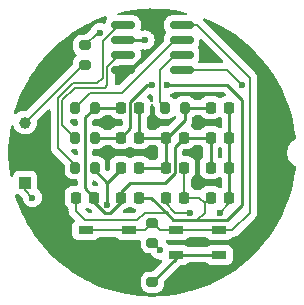
<source format=gbr>
%TF.GenerationSoftware,KiCad,Pcbnew,6.0.11+dfsg-1*%
%TF.CreationDate,2023-06-10T11:59:29-05:00*%
%TF.ProjectId,watch,77617463-682e-46b6-9963-61645f706362,rev?*%
%TF.SameCoordinates,Original*%
%TF.FileFunction,Copper,L1,Top*%
%TF.FilePolarity,Positive*%
%FSLAX46Y46*%
G04 Gerber Fmt 4.6, Leading zero omitted, Abs format (unit mm)*
G04 Created by KiCad (PCBNEW 6.0.11+dfsg-1) date 2023-06-10 11:59:29*
%MOMM*%
%LPD*%
G01*
G04 APERTURE LIST*
G04 Aperture macros list*
%AMRoundRect*
0 Rectangle with rounded corners*
0 $1 Rounding radius*
0 $2 $3 $4 $5 $6 $7 $8 $9 X,Y pos of 4 corners*
0 Add a 4 corners polygon primitive as box body*
4,1,4,$2,$3,$4,$5,$6,$7,$8,$9,$2,$3,0*
0 Add four circle primitives for the rounded corners*
1,1,$1+$1,$2,$3*
1,1,$1+$1,$4,$5*
1,1,$1+$1,$6,$7*
1,1,$1+$1,$8,$9*
0 Add four rect primitives between the rounded corners*
20,1,$1+$1,$2,$3,$4,$5,0*
20,1,$1+$1,$4,$5,$6,$7,0*
20,1,$1+$1,$6,$7,$8,$9,0*
20,1,$1+$1,$8,$9,$2,$3,0*%
G04 Aperture macros list end*
%TA.AperFunction,SMDPad,CuDef*%
%ADD10RoundRect,0.200000X-0.275000X0.200000X-0.275000X-0.200000X0.275000X-0.200000X0.275000X0.200000X0*%
%TD*%
%TA.AperFunction,SMDPad,CuDef*%
%ADD11RoundRect,0.218750X0.218750X0.256250X-0.218750X0.256250X-0.218750X-0.256250X0.218750X-0.256250X0*%
%TD*%
%TA.AperFunction,SMDPad,CuDef*%
%ADD12RoundRect,0.200000X0.275000X-0.200000X0.275000X0.200000X-0.275000X0.200000X-0.275000X-0.200000X0*%
%TD*%
%TA.AperFunction,SMDPad,CuDef*%
%ADD13RoundRect,0.218750X-0.218750X-0.256250X0.218750X-0.256250X0.218750X0.256250X-0.218750X0.256250X0*%
%TD*%
%TA.AperFunction,SMDPad,CuDef*%
%ADD14RoundRect,0.200000X-0.200000X-0.275000X0.200000X-0.275000X0.200000X0.275000X-0.200000X0.275000X0*%
%TD*%
%TA.AperFunction,SMDPad,CuDef*%
%ADD15RoundRect,0.150000X0.825000X0.150000X-0.825000X0.150000X-0.825000X-0.150000X0.825000X-0.150000X0*%
%TD*%
%TA.AperFunction,SMDPad,CuDef*%
%ADD16R,1.309599X0.669600*%
%TD*%
%TA.AperFunction,SMDPad,CuDef*%
%ADD17R,1.000000X1.000000*%
%TD*%
%TA.AperFunction,SMDPad,CuDef*%
%ADD18C,1.000000*%
%TD*%
%TA.AperFunction,ViaPad*%
%ADD19C,0.600000*%
%TD*%
%TA.AperFunction,Conductor*%
%ADD20C,0.200000*%
%TD*%
%TA.AperFunction,Conductor*%
%ADD21C,0.250000*%
%TD*%
G04 APERTURE END LIST*
D10*
%TO.P,R7,1*%
%TO.N,Net-(R7-Pad1)*%
X57785000Y-54420000D03*
%TO.P,R7,2*%
%TO.N,Net-(TP1-Pad1)*%
X57785000Y-56070000D03*
%TD*%
D11*
%TO.P,D4,1,K*%
%TO.N,Net-(R2-Pad2)*%
X66192500Y-64770000D03*
%TO.P,D4,2,A*%
%TO.N,Net-(R3-Pad2)*%
X64617500Y-64770000D03*
%TD*%
D12*
%TO.P,R5,1*%
%TO.N,+3.3V*%
X63500000Y-71120000D03*
%TO.P,R5,2*%
%TO.N,Net-(SW1-Pad4)*%
X63500000Y-69470000D03*
%TD*%
D13*
%TO.P,D7,1,K*%
%TO.N,Net-(R3-Pad2)*%
X68427500Y-59690000D03*
%TO.P,D7,2,A*%
%TO.N,Net-(R1-Pad2)*%
X70002500Y-59690000D03*
%TD*%
D11*
%TO.P,D9,1,K*%
%TO.N,Net-(R4-Pad2)*%
X58572500Y-67310000D03*
%TO.P,D9,2,A*%
%TO.N,Net-(R2-Pad2)*%
X56997500Y-67310000D03*
%TD*%
D14*
%TO.P,R2,1*%
%TO.N,Net-(R2-Pad1)*%
X56960000Y-62230000D03*
%TO.P,R2,2*%
%TO.N,Net-(R2-Pad2)*%
X58610000Y-62230000D03*
%TD*%
D15*
%TO.P,U1,1,VCC*%
%TO.N,+3.3V*%
X65975000Y-56515000D03*
%TO.P,U1,2,PA6*%
%TO.N,Net-(R3-Pad1)*%
X65975000Y-55245000D03*
%TO.P,U1,3,PA7*%
%TO.N,Net-(R4-Pad1)*%
X65975000Y-53975000D03*
%TO.P,U1,4,PA1*%
%TO.N,Net-(SW1-Pad4)*%
X65975000Y-52705000D03*
%TO.P,U1,5,PA2*%
%TO.N,Net-(R1-Pad1)*%
X61025000Y-52705000D03*
%TO.P,U1,6,~{RESET}/PA0*%
%TO.N,Net-(R7-Pad1)*%
X61025000Y-53975000D03*
%TO.P,U1,7,PA3*%
%TO.N,Net-(R2-Pad1)*%
X61025000Y-55245000D03*
%TO.P,U1,8,GND*%
%TO.N,GND*%
X61025000Y-56515000D03*
%TD*%
D11*
%TO.P,D10,1,K*%
%TO.N,Net-(R2-Pad2)*%
X62382500Y-67310000D03*
%TO.P,D10,2,A*%
%TO.N,Net-(R4-Pad2)*%
X60807500Y-67310000D03*
%TD*%
%TO.P,D12,1,K*%
%TO.N,Net-(R1-Pad2)*%
X70002500Y-64770000D03*
%TO.P,D12,2,A*%
%TO.N,Net-(R4-Pad2)*%
X68427500Y-64770000D03*
%TD*%
D13*
%TO.P,D5,1,K*%
%TO.N,Net-(R4-Pad2)*%
X60807500Y-59690000D03*
%TO.P,D5,2,A*%
%TO.N,Net-(R3-Pad2)*%
X62382500Y-59690000D03*
%TD*%
D16*
%TO.P,SW1,1,1*%
%TO.N,Net-(SW1-Pad4)*%
X57848500Y-70070000D03*
%TO.P,SW1,2,2*%
%TO.N,GND*%
X57848500Y-72170000D03*
%TO.P,SW1,3,3*%
X61531500Y-72170000D03*
%TO.P,SW1,4,4*%
%TO.N,Net-(SW1-Pad4)*%
X61531500Y-70070000D03*
%TD*%
D13*
%TO.P,D11,1,K*%
%TO.N,Net-(R4-Pad2)*%
X68427500Y-62230000D03*
%TO.P,D11,2,A*%
%TO.N,Net-(R1-Pad2)*%
X70002500Y-62230000D03*
%TD*%
D11*
%TO.P,D1,1,K*%
%TO.N,Net-(R2-Pad2)*%
X66192500Y-67310000D03*
%TO.P,D1,2,A*%
%TO.N,Net-(R1-Pad2)*%
X64617500Y-67310000D03*
%TD*%
D17*
%TO.P,TP3,1,1*%
%TO.N,+3.3V*%
X52705000Y-66040000D03*
%TD*%
D13*
%TO.P,D6,1,K*%
%TO.N,Net-(R3-Pad2)*%
X64617500Y-62230000D03*
%TO.P,D6,2,A*%
%TO.N,Net-(R4-Pad2)*%
X66192500Y-62230000D03*
%TD*%
D16*
%TO.P,SW2,1,1*%
%TO.N,Net-(SW1-Pad4)*%
X65468500Y-70070000D03*
%TO.P,SW2,2,2*%
%TO.N,Net-(SW2-Pad2)*%
X65468500Y-72170000D03*
%TO.P,SW2,3,3*%
X69151500Y-72170000D03*
%TO.P,SW2,4,4*%
%TO.N,Net-(SW1-Pad4)*%
X69151500Y-70070000D03*
%TD*%
D13*
%TO.P,D8,1,K*%
%TO.N,Net-(R1-Pad2)*%
X60807500Y-64770000D03*
%TO.P,D8,2,A*%
%TO.N,Net-(R3-Pad2)*%
X62382500Y-64770000D03*
%TD*%
D14*
%TO.P,R4,1*%
%TO.N,Net-(R4-Pad1)*%
X56960000Y-59690000D03*
%TO.P,R4,2*%
%TO.N,Net-(R4-Pad2)*%
X58610000Y-59690000D03*
%TD*%
D17*
%TO.P,TP2,1,1*%
%TO.N,GND*%
X52705000Y-63500000D03*
%TD*%
D11*
%TO.P,D2,1,K*%
%TO.N,Net-(R1-Pad2)*%
X70002500Y-67310000D03*
%TO.P,D2,2,A*%
%TO.N,Net-(R2-Pad2)*%
X68427500Y-67310000D03*
%TD*%
D12*
%TO.P,R6,1*%
%TO.N,Net-(SW2-Pad2)*%
X63500000Y-74485000D03*
%TO.P,R6,2*%
%TO.N,GND*%
X63500000Y-72835000D03*
%TD*%
D14*
%TO.P,R1,1*%
%TO.N,Net-(R1-Pad1)*%
X56960000Y-64770000D03*
%TO.P,R1,2*%
%TO.N,Net-(R1-Pad2)*%
X58610000Y-64770000D03*
%TD*%
D11*
%TO.P,D3,1,K*%
%TO.N,Net-(R3-Pad2)*%
X62382500Y-62230000D03*
%TO.P,D3,2,A*%
%TO.N,Net-(R2-Pad2)*%
X60807500Y-62230000D03*
%TD*%
D14*
%TO.P,R3,1*%
%TO.N,Net-(R3-Pad1)*%
X64580000Y-59690000D03*
%TO.P,R3,2*%
%TO.N,Net-(R3-Pad2)*%
X66230000Y-59690000D03*
%TD*%
D18*
%TO.P,TP1,1,1*%
%TO.N,Net-(TP1-Pad1)*%
X52705000Y-60960000D03*
%TD*%
D19*
%TO.N,+3.3V*%
X71120000Y-57785000D03*
X53340000Y-67310000D03*
X64135000Y-71755000D03*
%TO.N,GND*%
X62865000Y-55245000D03*
X55245000Y-67310000D03*
%TO.N,Net-(R7-Pad1)*%
X62865000Y-53975000D03*
X59055000Y-53340000D03*
%TO.N,Net-(R2-Pad2)*%
X64770000Y-57785000D03*
X63500000Y-57785000D03*
%TO.N,Net-(R1-Pad2)*%
X69215000Y-68580000D03*
X66675000Y-68580000D03*
X59690000Y-67945000D03*
%TD*%
D20*
%TO.N,Net-(R2-Pad1)*%
X55880000Y-61150000D02*
X56960000Y-62230000D01*
X55880000Y-59055000D02*
X55880000Y-61150000D01*
X59690000Y-56238604D02*
X59690000Y-57785000D01*
X59455000Y-58020000D02*
X56915000Y-58020000D01*
X59690000Y-57785000D02*
X59455000Y-58020000D01*
X59690000Y-56238604D02*
X60683604Y-55245000D01*
X56915000Y-58020000D02*
X55880000Y-59055000D01*
X60683604Y-55245000D02*
X61025000Y-55245000D01*
%TO.N,Net-(R3-Pad1)*%
X65405000Y-55245000D02*
X65975000Y-55245000D01*
X64580000Y-59690000D02*
X64135000Y-59245000D01*
X64135000Y-56515000D02*
X65405000Y-55245000D01*
X64135000Y-59245000D02*
X64135000Y-56515000D01*
%TO.N,Net-(R4-Pad1)*%
X60960000Y-58420000D02*
X58230000Y-58420000D01*
X65405000Y-53975000D02*
X60960000Y-58420000D01*
X65975000Y-53975000D02*
X65405000Y-53975000D01*
X58230000Y-58420000D02*
X56960000Y-59690000D01*
%TO.N,+3.3V*%
X52705000Y-66675000D02*
X52705000Y-66040000D01*
X65975000Y-56515000D02*
X69850000Y-56515000D01*
X64135000Y-71755000D02*
X63500000Y-71120000D01*
X69850000Y-56515000D02*
X71120000Y-57785000D01*
X53340000Y-67310000D02*
X52705000Y-66675000D01*
%TO.N,GND*%
X62835000Y-72170000D02*
X63500000Y-72835000D01*
X55245000Y-66040000D02*
X55245000Y-67310000D01*
X52705000Y-63500000D02*
X55245000Y-66040000D01*
X55245000Y-69566500D02*
X55245000Y-67310000D01*
X61531500Y-72170000D02*
X62835000Y-72170000D01*
X61025000Y-56515000D02*
X61595000Y-56515000D01*
X57848500Y-72170000D02*
X55245000Y-69566500D01*
X57848500Y-72170000D02*
X61531500Y-72170000D01*
X61595000Y-56515000D02*
X62865000Y-55245000D01*
D21*
%TO.N,Net-(SW2-Pad2)*%
X65468500Y-72170000D02*
X69151500Y-72170000D01*
X65468500Y-72170000D02*
X65468500Y-72516500D01*
X65468500Y-72516500D02*
X63500000Y-74485000D01*
%TO.N,Net-(R7-Pad1)*%
X61025000Y-53975000D02*
X62865000Y-53975000D01*
D20*
X59055000Y-53340000D02*
X58865000Y-53340000D01*
X58865000Y-53340000D02*
X57785000Y-54420000D01*
D21*
%TO.N,Net-(R2-Pad2)*%
X69850000Y-69215000D02*
X67310000Y-69215000D01*
X64693750Y-68656250D02*
X63347500Y-67310000D01*
D20*
X67945000Y-68580000D02*
X67310000Y-69215000D01*
D21*
X61595000Y-61442500D02*
X60807500Y-62230000D01*
X63347500Y-67310000D02*
X62382500Y-67310000D01*
X71120000Y-59055000D02*
X71120000Y-67945000D01*
D20*
X66192500Y-64770000D02*
X66192500Y-67310000D01*
X67945000Y-68580000D02*
X67945000Y-67792500D01*
X67945000Y-67792500D02*
X67462500Y-67310000D01*
X67462500Y-67310000D02*
X66192500Y-67310000D01*
D21*
X61595000Y-59233521D02*
X61595000Y-61442500D01*
D20*
X67945000Y-67792500D02*
X68427500Y-67310000D01*
D21*
X64770000Y-57785000D02*
X69850000Y-57785000D01*
X58610000Y-62230000D02*
X60807500Y-62230000D01*
X65252500Y-69215000D02*
X64693750Y-68656250D01*
X63043521Y-57785000D02*
X61595000Y-59233521D01*
D20*
X64617500Y-68580000D02*
X62865000Y-68580000D01*
X56997500Y-68410520D02*
X56997500Y-67310000D01*
D21*
X63500000Y-57785000D02*
X63043521Y-57785000D01*
D20*
X62230000Y-69215000D02*
X57801980Y-69215000D01*
X64693750Y-68656250D02*
X64617500Y-68580000D01*
D21*
X67310000Y-69215000D02*
X65252500Y-69215000D01*
X69850000Y-57785000D02*
X71120000Y-59055000D01*
D20*
X57801980Y-69215000D02*
X56997500Y-68410520D01*
X62865000Y-68580000D02*
X62230000Y-69215000D01*
D21*
X71120000Y-67945000D02*
X69850000Y-69215000D01*
%TO.N,Net-(R1-Pad2)*%
X60807500Y-64922500D02*
X60807500Y-64770000D01*
X70002500Y-67310000D02*
X70002500Y-59690000D01*
D20*
X70002500Y-67792500D02*
X70002500Y-67310000D01*
D21*
X59690000Y-66040000D02*
X58610000Y-64960000D01*
D20*
X64617500Y-67792500D02*
X65405000Y-68580000D01*
X65405000Y-68580000D02*
X66675000Y-68580000D01*
D21*
X59690000Y-67945000D02*
X59690000Y-66040000D01*
X59690000Y-66040000D02*
X60807500Y-64922500D01*
D20*
X64617500Y-67310000D02*
X64617500Y-67792500D01*
X69215000Y-68580000D02*
X70002500Y-67792500D01*
D21*
X58610000Y-64960000D02*
X58610000Y-64770000D01*
%TO.N,Net-(R3-Pad2)*%
X66230000Y-59690000D02*
X68427500Y-59690000D01*
X62382500Y-62230000D02*
X64617500Y-62230000D01*
X64770000Y-62230000D02*
X66230000Y-60770000D01*
X62382500Y-59690000D02*
X62382500Y-62230000D01*
X66230000Y-60770000D02*
X66230000Y-59690000D01*
X64617500Y-62230000D02*
X64770000Y-62230000D01*
X62382500Y-64770000D02*
X64617500Y-64770000D01*
X64617500Y-64770000D02*
X64617500Y-62230000D01*
%TO.N,Net-(R4-Pad2)*%
X58572500Y-67711384D02*
X59441116Y-68580000D01*
X66192500Y-62230000D02*
X68427500Y-62230000D01*
X59441116Y-68580000D02*
X59938884Y-68580000D01*
X65405000Y-65226479D02*
X65405000Y-63017500D01*
X61595000Y-66040000D02*
X64591479Y-66040000D01*
X57785000Y-66522500D02*
X57785000Y-60515000D01*
X58572500Y-67310000D02*
X57785000Y-66522500D01*
X59938884Y-68580000D02*
X60807500Y-67711384D01*
X57785000Y-60515000D02*
X58610000Y-59690000D01*
X65405000Y-63017500D02*
X66192500Y-62230000D01*
X68427500Y-62230000D02*
X68427500Y-64770000D01*
X64591479Y-66040000D02*
X65405000Y-65226479D01*
X60807500Y-66827500D02*
X61595000Y-66040000D01*
X60807500Y-67310000D02*
X60807500Y-66827500D01*
X58572500Y-67310000D02*
X58572500Y-67711384D01*
X60807500Y-67711384D02*
X60807500Y-67310000D01*
X58610000Y-59690000D02*
X60807500Y-59690000D01*
D20*
%TO.N,Net-(R1-Pad1)*%
X59290000Y-54098604D02*
X59290000Y-57150000D01*
X56960000Y-64580000D02*
X56960000Y-64770000D01*
X59290000Y-57150000D02*
X58820000Y-57620000D01*
X61025000Y-52705000D02*
X60683604Y-52705000D01*
X58820000Y-57620000D02*
X56749314Y-57620000D01*
X55480000Y-58889315D02*
X55480000Y-63100000D01*
X60683604Y-52705000D02*
X59290000Y-54098604D01*
X56749314Y-57620000D02*
X55480000Y-58889315D01*
X55480000Y-63100000D02*
X56960000Y-64580000D01*
%TO.N,Net-(SW1-Pad4)*%
X61531500Y-70070000D02*
X62900000Y-70070000D01*
X71755000Y-57150000D02*
X67310000Y-52705000D01*
X63500000Y-69470000D02*
X64100000Y-70070000D01*
X70265000Y-70070000D02*
X71755000Y-68580000D01*
X71755000Y-68580000D02*
X71755000Y-57150000D01*
X61531500Y-70070000D02*
X57848500Y-70070000D01*
X62900000Y-70070000D02*
X63500000Y-69470000D01*
X69151500Y-70070000D02*
X70265000Y-70070000D01*
X64100000Y-70070000D02*
X65468500Y-70070000D01*
X65468500Y-70070000D02*
X69151500Y-70070000D01*
X67310000Y-52705000D02*
X65975000Y-52705000D01*
%TO.N,Net-(TP1-Pad1)*%
X57785000Y-56070000D02*
X57595000Y-56070000D01*
X57595000Y-56070000D02*
X52705000Y-60960000D01*
%TD*%
%TA.AperFunction,Conductor*%
%TO.N,GND*%
G36*
X67955419Y-52149945D02*
G01*
X68021395Y-52174197D01*
X68028010Y-52176843D01*
X68300733Y-52294991D01*
X68654400Y-52448206D01*
X68660836Y-52451212D01*
X69163834Y-52703795D01*
X69270911Y-52757564D01*
X69277186Y-52760941D01*
X69868940Y-53101275D01*
X69875014Y-53105001D01*
X70446589Y-53478246D01*
X70452441Y-53482308D01*
X71002000Y-53887266D01*
X71007592Y-53891635D01*
X71533409Y-54327036D01*
X71538745Y-54331715D01*
X71921761Y-54687225D01*
X72039104Y-54796141D01*
X72044187Y-54801135D01*
X72080627Y-54839012D01*
X72298761Y-55065747D01*
X72517455Y-55293065D01*
X72522243Y-55298331D01*
X72966982Y-55816270D01*
X72971446Y-55821776D01*
X73363852Y-56334818D01*
X73386181Y-56364012D01*
X73390348Y-56369791D01*
X73773766Y-56934602D01*
X73777600Y-56940609D01*
X74128468Y-57526178D01*
X74131956Y-57532391D01*
X74449168Y-58136872D01*
X74452299Y-58143273D01*
X74734820Y-58764692D01*
X74737585Y-58771259D01*
X74984544Y-59407702D01*
X74986932Y-59414416D01*
X75197499Y-60063744D01*
X75199505Y-60070581D01*
X75286366Y-60401055D01*
X75367675Y-60710405D01*
X75373038Y-60730811D01*
X75374654Y-60737749D01*
X75383679Y-60782165D01*
X75510586Y-61406732D01*
X75511807Y-61413753D01*
X75513431Y-61424960D01*
X75592763Y-61972429D01*
X75609704Y-62089342D01*
X75610526Y-62096419D01*
X75625349Y-62265693D01*
X75611365Y-62335299D01*
X75566761Y-62383438D01*
X75440032Y-62462895D01*
X75397010Y-62489869D01*
X75238387Y-62631392D01*
X75235070Y-62635546D01*
X75235069Y-62635547D01*
X75109052Y-62793357D01*
X75109048Y-62793362D01*
X75105738Y-62797508D01*
X75002818Y-62983512D01*
X74932543Y-63184140D01*
X74931652Y-63189376D01*
X74931652Y-63189378D01*
X74899738Y-63377026D01*
X74896900Y-63393710D01*
X74896900Y-63606290D01*
X74897790Y-63611521D01*
X74897790Y-63611525D01*
X74929218Y-63796311D01*
X74932543Y-63815860D01*
X75002818Y-64016488D01*
X75105738Y-64202492D01*
X75109048Y-64206638D01*
X75109052Y-64206643D01*
X75230505Y-64358738D01*
X75238387Y-64368608D01*
X75397010Y-64510131D01*
X75401507Y-64512951D01*
X75401509Y-64512952D01*
X75566760Y-64616561D01*
X75613849Y-64669694D01*
X75625348Y-64734305D01*
X75610526Y-64903579D01*
X75609704Y-64910657D01*
X75511807Y-65586247D01*
X75510586Y-65593268D01*
X75480553Y-65741072D01*
X75395740Y-66158478D01*
X75374654Y-66262249D01*
X75373038Y-66269189D01*
X75199505Y-66929419D01*
X75197499Y-66936256D01*
X74986932Y-67585584D01*
X74984544Y-67592298D01*
X74737585Y-68228741D01*
X74734820Y-68235308D01*
X74452299Y-68856727D01*
X74449168Y-68863128D01*
X74131956Y-69467609D01*
X74128468Y-69473822D01*
X73777600Y-70059391D01*
X73773766Y-70065398D01*
X73409821Y-70601524D01*
X73390348Y-70630209D01*
X73386183Y-70635985D01*
X72971446Y-71178224D01*
X72966982Y-71183730D01*
X72597780Y-71613699D01*
X72522248Y-71701663D01*
X72517461Y-71706928D01*
X72296351Y-71936758D01*
X72044187Y-72198865D01*
X72039104Y-72203859D01*
X71538745Y-72668285D01*
X71533409Y-72672964D01*
X71007592Y-73108365D01*
X71002000Y-73112734D01*
X70452442Y-73517691D01*
X70446589Y-73521754D01*
X69875014Y-73894999D01*
X69868940Y-73898725D01*
X69277186Y-74239059D01*
X69270915Y-74242434D01*
X68660836Y-74548788D01*
X68654400Y-74551794D01*
X68362457Y-74678269D01*
X68028010Y-74823157D01*
X68021394Y-74825804D01*
X67380650Y-75061328D01*
X67373895Y-75063596D01*
X66720884Y-75262516D01*
X66714012Y-75264399D01*
X66050779Y-75426091D01*
X66043811Y-75427582D01*
X65372515Y-75551520D01*
X65365474Y-75552615D01*
X65251715Y-75567026D01*
X64688224Y-75638409D01*
X64681153Y-75639102D01*
X64000151Y-75686472D01*
X63993050Y-75686766D01*
X63559768Y-75692350D01*
X63310431Y-75695564D01*
X63303306Y-75695454D01*
X63050925Y-75684425D01*
X62621313Y-75665651D01*
X62614221Y-75665141D01*
X62335665Y-75637126D01*
X61934975Y-75596829D01*
X61927908Y-75595915D01*
X61253653Y-75489322D01*
X61246649Y-75488011D01*
X60579478Y-75343469D01*
X60572559Y-75341764D01*
X59914632Y-75159739D01*
X59907822Y-75157646D01*
X59261213Y-74938713D01*
X59254540Y-74936241D01*
X58621361Y-74681111D01*
X58614858Y-74678275D01*
X57997078Y-74387744D01*
X57990724Y-74384533D01*
X57390394Y-74059563D01*
X57384226Y-74055995D01*
X56803219Y-73697604D01*
X56797263Y-73693693D01*
X56237459Y-73303040D01*
X56231733Y-73298799D01*
X55994868Y-73112743D01*
X55694869Y-72877096D01*
X55689424Y-72872564D01*
X55177268Y-72421193D01*
X55172077Y-72416351D01*
X54686252Y-71936749D01*
X54681333Y-71931610D01*
X54639697Y-71885576D01*
X54223409Y-71425321D01*
X54218788Y-71419913D01*
X54194639Y-71389971D01*
X53790216Y-70888548D01*
X53785907Y-70882885D01*
X53771909Y-70863366D01*
X53491283Y-70472074D01*
X53388068Y-70328156D01*
X53384080Y-70322250D01*
X53018232Y-69745913D01*
X53014585Y-69739792D01*
X52983263Y-69683669D01*
X52681892Y-69143674D01*
X52678613Y-69137388D01*
X52380150Y-68523416D01*
X52377223Y-68516936D01*
X52349414Y-68450405D01*
X52113951Y-67887088D01*
X52111391Y-67880441D01*
X52107672Y-67869906D01*
X51884149Y-67236727D01*
X51881970Y-67229949D01*
X51864730Y-67170620D01*
X51864929Y-67099624D01*
X51903480Y-67040006D01*
X51968143Y-67010694D01*
X52029954Y-67017479D01*
X52094684Y-67041745D01*
X52156866Y-67048500D01*
X52162464Y-67048500D01*
X52162957Y-67048645D01*
X52163680Y-67048684D01*
X52163671Y-67048854D01*
X52230585Y-67068502D01*
X52262426Y-67097796D01*
X52271013Y-67108987D01*
X52277568Y-67114017D01*
X52296379Y-67128452D01*
X52308770Y-67139319D01*
X52500907Y-67331456D01*
X52534933Y-67393768D01*
X52537211Y-67408256D01*
X52544163Y-67479160D01*
X52601418Y-67651273D01*
X52605065Y-67657295D01*
X52605066Y-67657297D01*
X52644568Y-67722522D01*
X52695380Y-67806424D01*
X52821382Y-67936902D01*
X52827278Y-67940760D01*
X52957572Y-68026022D01*
X52973159Y-68036222D01*
X52979763Y-68038678D01*
X52979765Y-68038679D01*
X53136558Y-68096990D01*
X53136560Y-68096990D01*
X53143168Y-68099448D01*
X53226995Y-68110633D01*
X53315980Y-68122507D01*
X53315984Y-68122507D01*
X53322961Y-68123438D01*
X53329972Y-68122800D01*
X53329976Y-68122800D01*
X53472459Y-68109832D01*
X53503600Y-68106998D01*
X53510302Y-68104820D01*
X53510304Y-68104820D01*
X53669409Y-68053124D01*
X53669412Y-68053123D01*
X53676108Y-68050947D01*
X53831912Y-67958069D01*
X53963266Y-67832982D01*
X54063643Y-67681902D01*
X54128055Y-67512338D01*
X54129035Y-67505366D01*
X54152748Y-67336639D01*
X54152748Y-67336636D01*
X54153299Y-67332717D01*
X54153616Y-67310000D01*
X54133397Y-67129745D01*
X54122272Y-67097797D01*
X54076064Y-66965106D01*
X54076062Y-66965103D01*
X54073745Y-66958448D01*
X53977626Y-66804624D01*
X53849815Y-66675918D01*
X53843865Y-66672142D01*
X53771987Y-66626527D01*
X53725188Y-66573138D01*
X53713500Y-66520141D01*
X53713500Y-65491866D01*
X53706745Y-65429684D01*
X53655615Y-65293295D01*
X53568261Y-65176739D01*
X53451705Y-65089385D01*
X53315316Y-65038255D01*
X53253134Y-65031500D01*
X52156866Y-65031500D01*
X52094684Y-65038255D01*
X51958295Y-65089385D01*
X51841739Y-65176739D01*
X51754385Y-65293295D01*
X51703255Y-65429684D01*
X51702402Y-65437535D01*
X51702257Y-65438145D01*
X51667039Y-65499790D01*
X51604083Y-65532609D01*
X51533378Y-65526182D01*
X51477372Y-65482549D01*
X51455486Y-65430275D01*
X51419878Y-65222440D01*
X51418875Y-65215401D01*
X51414293Y-65175062D01*
X51364221Y-64734305D01*
X51341818Y-64537105D01*
X51341214Y-64530005D01*
X51302623Y-63848438D01*
X51302422Y-63841315D01*
X51302422Y-63158685D01*
X51302623Y-63151562D01*
X51341214Y-62469995D01*
X51341818Y-62462895D01*
X51400032Y-61950469D01*
X51418877Y-61784584D01*
X51419877Y-61777565D01*
X51499958Y-61310151D01*
X51502611Y-61294668D01*
X51533829Y-61230904D01*
X51594565Y-61194139D01*
X51665536Y-61196048D01*
X51724209Y-61236023D01*
X51747920Y-61281215D01*
X51762783Y-61333050D01*
X51785100Y-61376474D01*
X51799816Y-61405107D01*
X51853187Y-61508956D01*
X51976035Y-61663953D01*
X52126650Y-61792136D01*
X52299294Y-61888624D01*
X52487392Y-61949740D01*
X52683777Y-61973158D01*
X52689912Y-61972686D01*
X52689914Y-61972686D01*
X52874830Y-61958457D01*
X52874834Y-61958456D01*
X52880972Y-61957984D01*
X53071463Y-61904798D01*
X53076967Y-61902018D01*
X53076969Y-61902017D01*
X53242495Y-61818404D01*
X53242497Y-61818403D01*
X53247996Y-61815625D01*
X53403847Y-61693861D01*
X53533078Y-61544145D01*
X53630769Y-61372179D01*
X53693197Y-61184513D01*
X53717985Y-60988295D01*
X53718380Y-60960000D01*
X53710545Y-60880090D01*
X53723805Y-60810343D01*
X53746849Y-60778700D01*
X54656405Y-59869144D01*
X54718717Y-59835118D01*
X54789532Y-59840183D01*
X54846368Y-59882730D01*
X54871179Y-59949250D01*
X54871500Y-59958239D01*
X54871500Y-63051864D01*
X54870422Y-63068307D01*
X54866250Y-63100000D01*
X54871500Y-63139880D01*
X54871500Y-63139885D01*
X54881158Y-63213236D01*
X54881192Y-63213498D01*
X54881192Y-63213500D01*
X54885823Y-63248676D01*
X54887162Y-63258851D01*
X54948476Y-63406876D01*
X54953503Y-63413427D01*
X54953504Y-63413429D01*
X55021520Y-63502069D01*
X55021526Y-63502075D01*
X55046013Y-63533987D01*
X55052568Y-63539017D01*
X55071379Y-63553452D01*
X55083770Y-63564319D01*
X56014595Y-64495144D01*
X56048621Y-64557456D01*
X56051500Y-64584239D01*
X56051501Y-65101634D01*
X56058247Y-65175062D01*
X56060246Y-65181440D01*
X56060246Y-65181441D01*
X56071994Y-65218927D01*
X56109528Y-65338699D01*
X56198361Y-65485381D01*
X56319619Y-65606639D01*
X56466301Y-65695472D01*
X56473548Y-65697743D01*
X56473550Y-65697744D01*
X56514357Y-65710532D01*
X56629938Y-65746753D01*
X56703365Y-65753500D01*
X56713440Y-65753500D01*
X57025501Y-65753499D01*
X57093620Y-65773501D01*
X57140113Y-65827156D01*
X57151500Y-65879499D01*
X57151500Y-66200500D01*
X57131498Y-66268621D01*
X57077842Y-66315114D01*
X57025500Y-66326500D01*
X56730428Y-66326500D01*
X56727182Y-66326837D01*
X56727178Y-66326837D01*
X56695799Y-66330093D01*
X56629018Y-66337022D01*
X56468151Y-66390692D01*
X56323945Y-66479929D01*
X56204136Y-66599947D01*
X56115151Y-66744308D01*
X56061762Y-66905269D01*
X56051500Y-67005428D01*
X56051500Y-67614572D01*
X56062022Y-67715982D01*
X56115692Y-67876849D01*
X56204929Y-68021055D01*
X56324947Y-68140864D01*
X56331178Y-68144705D01*
X56336923Y-68149242D01*
X56335718Y-68150768D01*
X56376611Y-68196210D01*
X56389000Y-68250694D01*
X56389000Y-68362384D01*
X56387922Y-68378827D01*
X56383750Y-68410520D01*
X56389000Y-68450400D01*
X56389000Y-68450405D01*
X56395187Y-68497399D01*
X56404662Y-68569371D01*
X56465976Y-68717396D01*
X56471003Y-68723947D01*
X56471004Y-68723949D01*
X56539020Y-68812589D01*
X56539026Y-68812595D01*
X56563513Y-68844507D01*
X56570068Y-68849537D01*
X56588879Y-68863972D01*
X56601270Y-68874839D01*
X56880827Y-69154396D01*
X56914853Y-69216708D01*
X56909788Y-69287523D01*
X56867298Y-69344316D01*
X56830440Y-69371939D01*
X56743086Y-69488495D01*
X56691956Y-69624884D01*
X56685201Y-69687066D01*
X56685201Y-70452934D01*
X56691956Y-70515116D01*
X56743086Y-70651505D01*
X56830440Y-70768061D01*
X56946996Y-70855415D01*
X57083385Y-70906545D01*
X57145567Y-70913300D01*
X58551433Y-70913300D01*
X58613615Y-70906545D01*
X58750004Y-70855415D01*
X58866560Y-70768061D01*
X58895885Y-70728933D01*
X58952742Y-70686420D01*
X58996709Y-70678500D01*
X60383291Y-70678500D01*
X60451412Y-70698502D01*
X60484114Y-70728931D01*
X60513440Y-70768061D01*
X60629996Y-70855415D01*
X60766385Y-70906545D01*
X60828567Y-70913300D01*
X62234433Y-70913300D01*
X62296615Y-70906545D01*
X62346271Y-70887930D01*
X62417077Y-70882747D01*
X62479446Y-70916668D01*
X62513576Y-70978923D01*
X62516500Y-71005912D01*
X62516501Y-71244627D01*
X62516501Y-71376634D01*
X62523247Y-71450062D01*
X62525246Y-71456440D01*
X62525246Y-71456441D01*
X62566630Y-71588495D01*
X62574528Y-71613699D01*
X62663361Y-71760381D01*
X62784619Y-71881639D01*
X62931301Y-71970472D01*
X62938548Y-71972743D01*
X62938550Y-71972744D01*
X63004836Y-71993517D01*
X63094938Y-72021753D01*
X63168365Y-72028500D01*
X63285387Y-72028500D01*
X63353508Y-72048502D01*
X63395548Y-72096800D01*
X63396418Y-72096273D01*
X63490380Y-72251424D01*
X63616382Y-72381902D01*
X63768159Y-72481222D01*
X63774763Y-72483678D01*
X63774765Y-72483679D01*
X63931558Y-72541990D01*
X63931560Y-72541990D01*
X63938168Y-72544448D01*
X64021995Y-72555633D01*
X64110980Y-72567507D01*
X64110984Y-72567507D01*
X64117961Y-72568438D01*
X64124972Y-72567800D01*
X64124976Y-72567800D01*
X64192956Y-72561613D01*
X64262610Y-72575358D01*
X64313774Y-72624580D01*
X64322355Y-72642857D01*
X64327655Y-72656992D01*
X64332843Y-72727799D01*
X64298771Y-72790324D01*
X63549500Y-73539595D01*
X63487188Y-73573621D01*
X63460405Y-73576500D01*
X63186386Y-73576501D01*
X63168366Y-73576501D01*
X63165508Y-73576764D01*
X63165499Y-73576764D01*
X63129996Y-73580026D01*
X63094938Y-73583247D01*
X63088560Y-73585246D01*
X63088559Y-73585246D01*
X62938550Y-73632256D01*
X62938548Y-73632257D01*
X62931301Y-73634528D01*
X62784619Y-73723361D01*
X62663361Y-73844619D01*
X62574528Y-73991301D01*
X62523247Y-74154938D01*
X62516500Y-74228365D01*
X62516501Y-74741634D01*
X62516764Y-74744492D01*
X62516764Y-74744501D01*
X62520026Y-74780004D01*
X62523247Y-74815062D01*
X62574528Y-74978699D01*
X62663361Y-75125381D01*
X62784619Y-75246639D01*
X62931301Y-75335472D01*
X62938548Y-75337743D01*
X62938550Y-75337744D01*
X62956819Y-75343469D01*
X63094938Y-75386753D01*
X63168365Y-75393500D01*
X63171263Y-75393500D01*
X63500860Y-75393499D01*
X63831634Y-75393499D01*
X63834492Y-75393236D01*
X63834501Y-75393236D01*
X63870004Y-75389974D01*
X63905062Y-75386753D01*
X63911447Y-75384752D01*
X64061450Y-75337744D01*
X64061452Y-75337743D01*
X64068699Y-75335472D01*
X64215381Y-75246639D01*
X64336639Y-75125381D01*
X64425472Y-74978699D01*
X64476753Y-74815062D01*
X64483500Y-74741635D01*
X64483499Y-74449594D01*
X64503501Y-74381475D01*
X64520404Y-74360500D01*
X65830699Y-73050205D01*
X65893011Y-73016179D01*
X65919794Y-73013300D01*
X66171433Y-73013300D01*
X66233615Y-73006545D01*
X66370004Y-72955415D01*
X66486560Y-72868061D01*
X66497148Y-72853933D01*
X66554007Y-72811420D01*
X66597973Y-72803500D01*
X68022027Y-72803500D01*
X68090148Y-72823502D01*
X68122851Y-72853932D01*
X68133440Y-72868061D01*
X68249996Y-72955415D01*
X68386385Y-73006545D01*
X68448567Y-73013300D01*
X69854433Y-73013300D01*
X69916615Y-73006545D01*
X70053004Y-72955415D01*
X70169560Y-72868061D01*
X70256914Y-72751505D01*
X70308044Y-72615116D01*
X70314799Y-72552934D01*
X70314799Y-71787066D01*
X70308044Y-71724884D01*
X70256914Y-71588495D01*
X70169560Y-71471939D01*
X70053004Y-71384585D01*
X69916615Y-71333455D01*
X69854433Y-71326700D01*
X68448567Y-71326700D01*
X68386385Y-71333455D01*
X68249996Y-71384585D01*
X68133440Y-71471939D01*
X68122852Y-71486067D01*
X68065993Y-71528580D01*
X68022027Y-71536500D01*
X66597973Y-71536500D01*
X66529852Y-71516498D01*
X66497149Y-71486068D01*
X66486560Y-71471939D01*
X66370004Y-71384585D01*
X66233615Y-71333455D01*
X66171433Y-71326700D01*
X64890631Y-71326700D01*
X64822510Y-71306698D01*
X64783780Y-71267474D01*
X64772626Y-71249624D01*
X64649826Y-71125964D01*
X64616019Y-71063533D01*
X64621331Y-70992736D01*
X64664075Y-70936049D01*
X64730682Y-70911470D01*
X64752834Y-70911917D01*
X64765567Y-70913300D01*
X66171433Y-70913300D01*
X66233615Y-70906545D01*
X66370004Y-70855415D01*
X66486560Y-70768061D01*
X66515885Y-70728933D01*
X66572742Y-70686420D01*
X66616709Y-70678500D01*
X68003291Y-70678500D01*
X68071412Y-70698502D01*
X68104114Y-70728931D01*
X68133440Y-70768061D01*
X68249996Y-70855415D01*
X68386385Y-70906545D01*
X68448567Y-70913300D01*
X69854433Y-70913300D01*
X69916615Y-70906545D01*
X70053004Y-70855415D01*
X70169560Y-70768061D01*
X70197414Y-70730896D01*
X70254271Y-70688381D01*
X70281796Y-70681539D01*
X70304876Y-70678501D01*
X70304884Y-70678500D01*
X70304885Y-70678500D01*
X70406046Y-70665182D01*
X70423851Y-70662838D01*
X70571876Y-70601524D01*
X70667072Y-70528477D01*
X70667075Y-70528474D01*
X70698987Y-70503987D01*
X70704017Y-70497432D01*
X70718452Y-70478621D01*
X70729319Y-70466230D01*
X72151234Y-69044315D01*
X72163625Y-69033448D01*
X72182437Y-69019013D01*
X72188987Y-69013987D01*
X72213474Y-68982075D01*
X72213480Y-68982069D01*
X72281496Y-68893429D01*
X72281497Y-68893427D01*
X72286524Y-68886876D01*
X72317293Y-68812592D01*
X72347838Y-68738850D01*
X72363500Y-68619885D01*
X72363500Y-68619878D01*
X72368750Y-68580000D01*
X72364578Y-68548307D01*
X72363500Y-68531864D01*
X72363500Y-57198136D01*
X72364578Y-57181690D01*
X72367672Y-57158188D01*
X72368750Y-57150000D01*
X72363500Y-57110122D01*
X72363500Y-57110115D01*
X72347838Y-56991150D01*
X72339804Y-56971753D01*
X72289685Y-56850757D01*
X72286524Y-56843125D01*
X72281497Y-56836574D01*
X72281495Y-56836570D01*
X72266722Y-56817318D01*
X72213483Y-56747936D01*
X72213477Y-56747928D01*
X72213474Y-56747925D01*
X72188987Y-56716013D01*
X72182432Y-56710983D01*
X72163621Y-56696548D01*
X72151230Y-56685681D01*
X67822852Y-52357303D01*
X67788826Y-52294991D01*
X67793891Y-52224176D01*
X67836438Y-52167340D01*
X67902958Y-52142529D01*
X67955419Y-52149945D01*
G37*
%TD.AperFunction*%
%TA.AperFunction,Conductor*%
G36*
X63559768Y-51307650D02*
G01*
X63993050Y-51313234D01*
X64000151Y-51313528D01*
X64681153Y-51360898D01*
X64688224Y-51361591D01*
X65244003Y-51431997D01*
X65365474Y-51447385D01*
X65372515Y-51448480D01*
X66043811Y-51572418D01*
X66050779Y-51573909D01*
X66355037Y-51648085D01*
X66416482Y-51683653D01*
X66448943Y-51746794D01*
X66442114Y-51817461D01*
X66398164Y-51873219D01*
X66325193Y-51896500D01*
X65083498Y-51896500D01*
X65081050Y-51896693D01*
X65081042Y-51896693D01*
X65052579Y-51898933D01*
X65052574Y-51898934D01*
X65046169Y-51899438D01*
X64946231Y-51928472D01*
X64894012Y-51943643D01*
X64894010Y-51943644D01*
X64886399Y-51945855D01*
X64879572Y-51949892D01*
X64879573Y-51949892D01*
X64750020Y-52026509D01*
X64750017Y-52026511D01*
X64743193Y-52030547D01*
X64625547Y-52148193D01*
X64621511Y-52155017D01*
X64621509Y-52155020D01*
X64567395Y-52246523D01*
X64540855Y-52291399D01*
X64494438Y-52451169D01*
X64491500Y-52488498D01*
X64491500Y-52921502D01*
X64491693Y-52923950D01*
X64491693Y-52923958D01*
X64493124Y-52942133D01*
X64494438Y-52958831D01*
X64540855Y-53118601D01*
X64625547Y-53261807D01*
X64628229Y-53264489D01*
X64653502Y-53328861D01*
X64639600Y-53398484D01*
X64629428Y-53414312D01*
X64625547Y-53418193D01*
X64540855Y-53561399D01*
X64494438Y-53721169D01*
X64491500Y-53758498D01*
X64491500Y-53975761D01*
X64471498Y-54043882D01*
X64454595Y-54064856D01*
X62582988Y-55936463D01*
X62520676Y-55970489D01*
X62449861Y-55965424D01*
X62393025Y-55922877D01*
X62368214Y-55856357D01*
X62385440Y-55783229D01*
X62455108Y-55665427D01*
X62459145Y-55658601D01*
X62505562Y-55498831D01*
X62508500Y-55461502D01*
X62508500Y-55028498D01*
X62505562Y-54991169D01*
X62503769Y-54984997D01*
X62503768Y-54984992D01*
X62489847Y-54937077D01*
X62481911Y-54909761D01*
X62482114Y-54838766D01*
X62520668Y-54779149D01*
X62585332Y-54749841D01*
X62646826Y-54756511D01*
X62668168Y-54764448D01*
X62751995Y-54775633D01*
X62840980Y-54787507D01*
X62840984Y-54787507D01*
X62847961Y-54788438D01*
X62854972Y-54787800D01*
X62854976Y-54787800D01*
X62997459Y-54774832D01*
X63028600Y-54771998D01*
X63035302Y-54769820D01*
X63035304Y-54769820D01*
X63194409Y-54718124D01*
X63194412Y-54718123D01*
X63201108Y-54715947D01*
X63356912Y-54623069D01*
X63488266Y-54497982D01*
X63588643Y-54346902D01*
X63647675Y-54191502D01*
X63650555Y-54183920D01*
X63650556Y-54183918D01*
X63653055Y-54177338D01*
X63654035Y-54170366D01*
X63677748Y-54001639D01*
X63677748Y-54001636D01*
X63678299Y-53997717D01*
X63678616Y-53975000D01*
X63658397Y-53794745D01*
X63656080Y-53788091D01*
X63601064Y-53630106D01*
X63601062Y-53630103D01*
X63598745Y-53623448D01*
X63502626Y-53469624D01*
X63497664Y-53464627D01*
X63379778Y-53345915D01*
X63379774Y-53345912D01*
X63374815Y-53340918D01*
X63363697Y-53333862D01*
X63314114Y-53302396D01*
X63221666Y-53243727D01*
X63192463Y-53233328D01*
X63057425Y-53185243D01*
X63057420Y-53185242D01*
X63050790Y-53182881D01*
X63043802Y-53182048D01*
X63043799Y-53182047D01*
X62920698Y-53167368D01*
X62870680Y-53161404D01*
X62863677Y-53162140D01*
X62863676Y-53162140D01*
X62697288Y-53179628D01*
X62697286Y-53179629D01*
X62690288Y-53180364D01*
X62642991Y-53196465D01*
X62572060Y-53199483D01*
X62510756Y-53163673D01*
X62478545Y-53100404D01*
X62481390Y-53042035D01*
X62503767Y-52965011D01*
X62503768Y-52965007D01*
X62505562Y-52958831D01*
X62506877Y-52942133D01*
X62508307Y-52923958D01*
X62508307Y-52923950D01*
X62508500Y-52921502D01*
X62508500Y-52488498D01*
X62505562Y-52451169D01*
X62459145Y-52291399D01*
X62432605Y-52246523D01*
X62378491Y-52155020D01*
X62378489Y-52155017D01*
X62374453Y-52148193D01*
X62256807Y-52030547D01*
X62249983Y-52026511D01*
X62249980Y-52026509D01*
X62120427Y-51949892D01*
X62120428Y-51949892D01*
X62113601Y-51945855D01*
X62105990Y-51943644D01*
X62105988Y-51943643D01*
X62053769Y-51928472D01*
X61953831Y-51899438D01*
X61947426Y-51898934D01*
X61947421Y-51898933D01*
X61918958Y-51896693D01*
X61918950Y-51896693D01*
X61916502Y-51896500D01*
X60648501Y-51896500D01*
X60580380Y-51876498D01*
X60533887Y-51822842D01*
X60523783Y-51752568D01*
X60553277Y-51687988D01*
X60613003Y-51649604D01*
X60621822Y-51647357D01*
X61246649Y-51511989D01*
X61253653Y-51510678D01*
X61927908Y-51404085D01*
X61934975Y-51403171D01*
X62355319Y-51360897D01*
X62614221Y-51334859D01*
X62621313Y-51334349D01*
X63050925Y-51315575D01*
X63303306Y-51304546D01*
X63310431Y-51304436D01*
X63559768Y-51307650D01*
G37*
%TD.AperFunction*%
%TA.AperFunction,Conductor*%
G36*
X67667012Y-53923015D02*
G01*
X67673595Y-53929144D01*
X69435856Y-55691405D01*
X69469882Y-55753717D01*
X69464817Y-55824532D01*
X69422270Y-55881368D01*
X69355750Y-55906179D01*
X69346761Y-55906500D01*
X67483439Y-55906500D01*
X67415318Y-55886498D01*
X67368825Y-55832842D01*
X67358721Y-55762568D01*
X67374984Y-55716364D01*
X67409145Y-55658601D01*
X67455562Y-55498831D01*
X67458500Y-55461502D01*
X67458500Y-55028498D01*
X67455562Y-54991169D01*
X67426528Y-54891231D01*
X67411357Y-54839012D01*
X67411356Y-54839010D01*
X67409145Y-54831399D01*
X67324453Y-54688193D01*
X67321771Y-54685511D01*
X67296498Y-54621139D01*
X67310400Y-54551516D01*
X67320572Y-54535688D01*
X67324453Y-54531807D01*
X67409145Y-54388601D01*
X67455562Y-54228831D01*
X67458500Y-54191502D01*
X67458500Y-54018239D01*
X67478502Y-53950118D01*
X67532158Y-53903625D01*
X67602432Y-53893521D01*
X67667012Y-53923015D01*
G37*
%TD.AperFunction*%
%TD*%
%TA.AperFunction,NonConductor*%
G36*
X62374376Y-55935497D02*
G01*
X62418845Y-55990841D01*
X62426334Y-56061442D01*
X62391463Y-56127988D01*
X60744856Y-57774595D01*
X60682544Y-57808621D01*
X60655761Y-57811500D01*
X60424500Y-57811500D01*
X60356379Y-57791498D01*
X60309886Y-57737842D01*
X60298500Y-57685500D01*
X60298500Y-56542843D01*
X60318502Y-56474722D01*
X60335405Y-56453748D01*
X60698748Y-56090405D01*
X60761060Y-56056379D01*
X60787843Y-56053500D01*
X61916502Y-56053500D01*
X61918950Y-56053307D01*
X61918958Y-56053307D01*
X61947421Y-56051067D01*
X61947426Y-56051066D01*
X61953831Y-56050562D01*
X62053769Y-56021528D01*
X62105988Y-56006357D01*
X62105990Y-56006356D01*
X62113601Y-56004145D01*
X62238229Y-55930440D01*
X62307045Y-55912980D01*
X62374376Y-55935497D01*
G37*
%TD.AperFunction*%
%TA.AperFunction,NonConductor*%
G36*
X69603527Y-58438502D02*
G01*
X69624501Y-58455405D01*
X69678935Y-58509839D01*
X69712961Y-58572151D01*
X69707896Y-58642966D01*
X69665349Y-58699802D01*
X69629717Y-58718457D01*
X69473151Y-58770692D01*
X69328945Y-58859929D01*
X69304113Y-58884805D01*
X69241832Y-58918884D01*
X69171012Y-58913882D01*
X69125922Y-58884960D01*
X69105233Y-58864307D01*
X69100053Y-58859136D01*
X68955692Y-58770151D01*
X68939234Y-58764692D01*
X68801262Y-58718928D01*
X68801260Y-58718928D01*
X68794731Y-58716762D01*
X68694572Y-58706500D01*
X68160428Y-58706500D01*
X68157182Y-58706837D01*
X68157178Y-58706837D01*
X68123397Y-58710342D01*
X68059018Y-58717022D01*
X67898151Y-58770692D01*
X67753945Y-58859929D01*
X67634136Y-58979947D01*
X67630296Y-58986177D01*
X67630295Y-58986178D01*
X67623861Y-58996616D01*
X67571088Y-59044110D01*
X67516601Y-59056500D01*
X67112225Y-59056500D01*
X67044104Y-59036498D01*
X67004449Y-58995771D01*
X66995576Y-58981120D01*
X66991639Y-58974619D01*
X66870381Y-58853361D01*
X66723699Y-58764528D01*
X66716452Y-58762257D01*
X66716450Y-58762256D01*
X66650164Y-58741483D01*
X66560062Y-58713247D01*
X66486635Y-58706500D01*
X66483737Y-58706500D01*
X66229335Y-58706501D01*
X65973366Y-58706501D01*
X65970508Y-58706764D01*
X65970499Y-58706764D01*
X65934996Y-58710026D01*
X65899938Y-58713247D01*
X65893560Y-58715246D01*
X65893559Y-58715246D01*
X65743550Y-58762256D01*
X65743548Y-58762257D01*
X65736301Y-58764528D01*
X65589619Y-58853361D01*
X65494095Y-58948885D01*
X65431783Y-58982911D01*
X65360968Y-58977846D01*
X65315905Y-58948885D01*
X65220381Y-58853361D01*
X65073699Y-58764528D01*
X65073231Y-58764381D01*
X65021675Y-58720094D01*
X65001381Y-58652060D01*
X65021091Y-58583854D01*
X65074546Y-58537131D01*
X65088435Y-58531689D01*
X65106108Y-58525947D01*
X65256540Y-58436271D01*
X65321058Y-58418500D01*
X69535406Y-58418500D01*
X69603527Y-58438502D01*
G37*
%TD.AperFunction*%
%TA.AperFunction,NonConductor*%
G36*
X63267320Y-58561117D02*
G01*
X63296563Y-58571992D01*
X63296566Y-58571993D01*
X63303168Y-58574448D01*
X63310151Y-58575380D01*
X63310152Y-58575380D01*
X63417165Y-58589659D01*
X63482042Y-58618495D01*
X63521030Y-58677828D01*
X63526500Y-58714552D01*
X63526500Y-59133237D01*
X63506498Y-59201358D01*
X63452842Y-59247851D01*
X63382568Y-59257955D01*
X63317988Y-59228461D01*
X63280978Y-59173115D01*
X63264308Y-59123151D01*
X63175071Y-58978945D01*
X63055053Y-58859136D01*
X63055776Y-58858411D01*
X63018539Y-58805897D01*
X63015302Y-58734974D01*
X63048596Y-58675830D01*
X63134306Y-58590120D01*
X63196618Y-58556094D01*
X63267320Y-58561117D01*
G37*
%TD.AperFunction*%
%TA.AperFunction,NonConductor*%
G36*
X59653918Y-52006088D02*
G01*
X59686026Y-52069409D01*
X59678802Y-52140037D01*
X59670598Y-52156561D01*
X59590855Y-52291399D01*
X59544438Y-52451169D01*
X59542667Y-52473671D01*
X59541663Y-52486426D01*
X59516377Y-52552767D01*
X59459238Y-52594906D01*
X59388388Y-52599465D01*
X59373784Y-52595238D01*
X59247425Y-52550243D01*
X59247420Y-52550242D01*
X59240790Y-52547881D01*
X59233802Y-52547048D01*
X59233799Y-52547047D01*
X59110698Y-52532368D01*
X59060680Y-52526404D01*
X59053677Y-52527140D01*
X59053676Y-52527140D01*
X58887288Y-52544628D01*
X58887286Y-52544629D01*
X58880288Y-52545364D01*
X58708579Y-52603818D01*
X58692406Y-52613768D01*
X58560095Y-52695166D01*
X58560092Y-52695168D01*
X58554088Y-52698862D01*
X58549053Y-52703793D01*
X58549050Y-52703795D01*
X58490695Y-52760941D01*
X58424493Y-52825771D01*
X58326235Y-52978238D01*
X58323825Y-52984858D01*
X58323825Y-52984859D01*
X58312910Y-53014848D01*
X58283604Y-53060847D01*
X57869856Y-53474595D01*
X57807544Y-53508621D01*
X57780761Y-53511500D01*
X57473237Y-53511501D01*
X57453366Y-53511501D01*
X57450508Y-53511764D01*
X57450499Y-53511764D01*
X57414996Y-53515026D01*
X57379938Y-53518247D01*
X57373560Y-53520246D01*
X57373559Y-53520246D01*
X57223550Y-53567256D01*
X57223548Y-53567257D01*
X57216301Y-53569528D01*
X57069619Y-53658361D01*
X56948361Y-53779619D01*
X56859528Y-53926301D01*
X56857257Y-53933548D01*
X56857256Y-53933550D01*
X56844028Y-53975761D01*
X56808247Y-54089938D01*
X56801500Y-54163365D01*
X56801501Y-54676634D01*
X56808247Y-54750062D01*
X56810246Y-54756440D01*
X56810246Y-54756441D01*
X56833737Y-54831399D01*
X56859528Y-54913699D01*
X56948361Y-55060381D01*
X57043885Y-55155905D01*
X57077911Y-55218217D01*
X57072846Y-55289032D01*
X57043885Y-55334095D01*
X56948361Y-55429619D01*
X56859528Y-55576301D01*
X56808247Y-55739938D01*
X56801500Y-55813365D01*
X56801500Y-55950761D01*
X56781498Y-56018882D01*
X56764595Y-56039856D01*
X52886443Y-59918008D01*
X52824131Y-59952034D01*
X52784178Y-59954223D01*
X52718204Y-59947289D01*
X52718202Y-59947289D01*
X52712075Y-59946645D01*
X52652860Y-59952034D01*
X52521251Y-59964011D01*
X52521248Y-59964012D01*
X52515112Y-59964570D01*
X52509206Y-59966308D01*
X52509202Y-59966309D01*
X52424103Y-59991355D01*
X52325381Y-60020410D01*
X52319923Y-60023263D01*
X52319919Y-60023265D01*
X52242491Y-60063744D01*
X52150110Y-60112040D01*
X51995975Y-60235968D01*
X51992011Y-60240692D01*
X51990228Y-60242438D01*
X51927563Y-60275808D01*
X51856804Y-60270002D01*
X51800417Y-60226862D01*
X51776305Y-60160086D01*
X51781076Y-60117254D01*
X51795637Y-60067145D01*
X51881972Y-59770044D01*
X51884151Y-59763267D01*
X51927481Y-59640527D01*
X52111392Y-59119556D01*
X52113952Y-59112909D01*
X52145891Y-59036498D01*
X52377229Y-58483050D01*
X52380156Y-58476570D01*
X52398662Y-58438502D01*
X52678613Y-57862612D01*
X52681892Y-57856326D01*
X53014590Y-57260200D01*
X53018232Y-57254087D01*
X53064189Y-57181690D01*
X53375336Y-56691525D01*
X53384080Y-56677750D01*
X53388068Y-56671844D01*
X53529439Y-56474722D01*
X53785913Y-56117107D01*
X53790222Y-56111444D01*
X53836957Y-56053500D01*
X54218796Y-55580078D01*
X54223416Y-55574670D01*
X54681342Y-55068381D01*
X54686261Y-55063242D01*
X55172077Y-54583649D01*
X55177268Y-54578807D01*
X55689424Y-54127436D01*
X55694869Y-54122904D01*
X56231734Y-53701201D01*
X56237459Y-53696960D01*
X56797263Y-53306307D01*
X56803219Y-53302396D01*
X57384226Y-52944005D01*
X57390394Y-52940437D01*
X57990724Y-52615467D01*
X57997084Y-52612253D01*
X58004582Y-52608727D01*
X58614858Y-52321725D01*
X58621361Y-52318889D01*
X59254541Y-52063759D01*
X59261202Y-52061291D01*
X59521737Y-51973077D01*
X59592674Y-51970176D01*
X59653918Y-52006088D01*
G37*
%TD.AperFunction*%
%TA.AperFunction,NonConductor*%
G36*
X56703365Y-60673500D02*
G01*
X56713440Y-60673500D01*
X57025501Y-60673499D01*
X57093620Y-60693501D01*
X57140113Y-60747156D01*
X57151500Y-60799499D01*
X57151500Y-61120500D01*
X57131498Y-61188621D01*
X57077842Y-61235114D01*
X57025501Y-61246500D01*
X56929151Y-61246501D01*
X56889240Y-61246501D01*
X56821120Y-61226499D01*
X56800145Y-61209596D01*
X56525405Y-60934856D01*
X56491379Y-60872544D01*
X56488500Y-60845761D01*
X56488500Y-60791441D01*
X56508502Y-60723320D01*
X56562158Y-60676827D01*
X56629732Y-60668997D01*
X56629938Y-60666753D01*
X56703365Y-60673500D01*
G37*
%TD.AperFunction*%
%TA.AperFunction,NonConductor*%
G36*
X67584855Y-60343502D02*
G01*
X67623879Y-60383198D01*
X67634929Y-60401055D01*
X67754947Y-60520864D01*
X67899308Y-60609849D01*
X67906256Y-60612154D01*
X67906257Y-60612154D01*
X68053738Y-60661072D01*
X68053740Y-60661072D01*
X68060269Y-60663238D01*
X68160428Y-60673500D01*
X68694572Y-60673500D01*
X68697818Y-60673163D01*
X68697822Y-60673163D01*
X68737971Y-60668997D01*
X68795982Y-60662978D01*
X68956849Y-60609308D01*
X69101055Y-60520071D01*
X69125887Y-60495195D01*
X69188168Y-60461116D01*
X69258988Y-60466118D01*
X69304078Y-60495040D01*
X69329947Y-60520864D01*
X69328118Y-60522696D01*
X69362160Y-60570723D01*
X69369000Y-60611673D01*
X69369000Y-61308353D01*
X69348998Y-61376474D01*
X69328321Y-61399305D01*
X69328946Y-61399928D01*
X69328945Y-61399929D01*
X69304113Y-61424805D01*
X69241832Y-61458884D01*
X69171012Y-61453882D01*
X69125922Y-61424960D01*
X69105233Y-61404307D01*
X69100053Y-61399136D01*
X68955692Y-61310151D01*
X68948743Y-61307846D01*
X68801262Y-61258928D01*
X68801260Y-61258928D01*
X68794731Y-61256762D01*
X68694572Y-61246500D01*
X68160428Y-61246500D01*
X68157182Y-61246837D01*
X68157178Y-61246837D01*
X68123397Y-61250342D01*
X68059018Y-61257022D01*
X67898151Y-61310692D01*
X67753945Y-61399929D01*
X67634136Y-61519947D01*
X67630296Y-61526177D01*
X67630295Y-61526178D01*
X67623861Y-61536616D01*
X67571088Y-61584110D01*
X67516601Y-61596500D01*
X67103266Y-61596500D01*
X67035145Y-61576498D01*
X66996121Y-61536802D01*
X66988923Y-61525170D01*
X66985071Y-61518945D01*
X66865053Y-61399136D01*
X66830021Y-61377542D01*
X66770452Y-61340823D01*
X66722959Y-61288051D01*
X66711535Y-61217979D01*
X66737479Y-61158222D01*
X66736501Y-61157511D01*
X66739698Y-61153111D01*
X66739809Y-61152855D01*
X66740227Y-61152383D01*
X66741159Y-61151100D01*
X66746586Y-61145321D01*
X66750405Y-61138375D01*
X66750407Y-61138372D01*
X66756348Y-61127566D01*
X66767199Y-61111047D01*
X66774758Y-61101301D01*
X66779614Y-61095041D01*
X66782759Y-61087772D01*
X66782762Y-61087768D01*
X66797174Y-61054463D01*
X66802391Y-61043813D01*
X66823695Y-61005060D01*
X66828733Y-60985437D01*
X66835137Y-60966734D01*
X66840033Y-60955420D01*
X66840033Y-60955419D01*
X66843181Y-60948145D01*
X66844420Y-60940322D01*
X66844423Y-60940312D01*
X66850099Y-60904476D01*
X66852505Y-60892856D01*
X66861528Y-60857711D01*
X66861528Y-60857710D01*
X66863500Y-60850030D01*
X66863500Y-60829776D01*
X66865051Y-60810065D01*
X66866980Y-60797886D01*
X66868220Y-60790057D01*
X66864059Y-60746038D01*
X66863500Y-60734181D01*
X66863500Y-60585710D01*
X66883502Y-60517589D01*
X66900405Y-60496615D01*
X66991639Y-60405381D01*
X67004449Y-60384229D01*
X67056846Y-60336322D01*
X67112225Y-60323500D01*
X67516734Y-60323500D01*
X67584855Y-60343502D01*
G37*
%TD.AperFunction*%
%TA.AperFunction,NonConductor*%
G36*
X63537012Y-59426246D02*
G01*
X63570909Y-59473252D01*
X63603476Y-59551876D01*
X63608503Y-59558427D01*
X63645463Y-59606595D01*
X63671063Y-59672816D01*
X63671500Y-59683299D01*
X63671501Y-59869144D01*
X63671501Y-60021634D01*
X63678247Y-60095062D01*
X63680246Y-60101440D01*
X63680246Y-60101441D01*
X63721194Y-60232104D01*
X63729528Y-60258699D01*
X63818361Y-60405381D01*
X63939619Y-60526639D01*
X64086301Y-60615472D01*
X64093548Y-60617743D01*
X64093550Y-60617744D01*
X64159836Y-60638517D01*
X64249938Y-60666753D01*
X64323365Y-60673500D01*
X64326263Y-60673500D01*
X64580665Y-60673499D01*
X64836634Y-60673499D01*
X64839492Y-60673236D01*
X64839501Y-60673236D01*
X64875004Y-60669974D01*
X64910062Y-60666753D01*
X64916447Y-60664752D01*
X65066450Y-60617744D01*
X65066452Y-60617743D01*
X65073699Y-60615472D01*
X65220381Y-60526639D01*
X65315905Y-60431115D01*
X65378217Y-60397089D01*
X65449032Y-60402154D01*
X65494095Y-60431115D01*
X65494442Y-60431462D01*
X65528468Y-60493774D01*
X65523403Y-60564589D01*
X65494442Y-60609652D01*
X64894499Y-61209595D01*
X64832187Y-61243621D01*
X64805404Y-61246500D01*
X64350428Y-61246500D01*
X64347182Y-61246837D01*
X64347178Y-61246837D01*
X64313397Y-61250342D01*
X64249018Y-61257022D01*
X64088151Y-61310692D01*
X63943945Y-61399929D01*
X63824136Y-61519947D01*
X63820296Y-61526177D01*
X63820295Y-61526178D01*
X63813861Y-61536616D01*
X63761088Y-61584110D01*
X63706601Y-61596500D01*
X63293266Y-61596500D01*
X63225145Y-61576498D01*
X63186121Y-61536802D01*
X63178923Y-61525170D01*
X63175071Y-61518945D01*
X63069696Y-61413753D01*
X63055053Y-61399136D01*
X63056882Y-61397304D01*
X63022840Y-61349277D01*
X63016000Y-61308327D01*
X63016000Y-60611647D01*
X63036002Y-60543526D01*
X63056680Y-60520694D01*
X63056055Y-60520071D01*
X63170693Y-60405233D01*
X63175864Y-60400053D01*
X63264849Y-60255692D01*
X63274412Y-60226862D01*
X63316072Y-60101262D01*
X63316072Y-60101260D01*
X63318238Y-60094731D01*
X63328500Y-59994572D01*
X63328500Y-59521470D01*
X63348502Y-59453349D01*
X63402158Y-59406856D01*
X63472432Y-59396752D01*
X63537012Y-59426246D01*
G37*
%TD.AperFunction*%
%TA.AperFunction,NonConductor*%
G36*
X59964855Y-60343502D02*
G01*
X60003879Y-60383198D01*
X60014929Y-60401055D01*
X60134947Y-60520864D01*
X60279308Y-60609849D01*
X60286256Y-60612154D01*
X60286257Y-60612154D01*
X60433738Y-60661072D01*
X60433740Y-60661072D01*
X60440269Y-60663238D01*
X60540428Y-60673500D01*
X60835500Y-60673500D01*
X60903621Y-60693502D01*
X60950114Y-60747158D01*
X60961500Y-60799500D01*
X60961500Y-61120500D01*
X60941498Y-61188621D01*
X60887842Y-61235114D01*
X60835500Y-61246500D01*
X60540428Y-61246500D01*
X60537182Y-61246837D01*
X60537178Y-61246837D01*
X60503397Y-61250342D01*
X60439018Y-61257022D01*
X60278151Y-61310692D01*
X60133945Y-61399929D01*
X60014136Y-61519947D01*
X60010296Y-61526177D01*
X60010295Y-61526178D01*
X60003861Y-61536616D01*
X59951088Y-61584110D01*
X59896601Y-61596500D01*
X59492225Y-61596500D01*
X59424104Y-61576498D01*
X59384449Y-61535771D01*
X59375576Y-61521120D01*
X59371639Y-61514619D01*
X59250381Y-61393361D01*
X59103699Y-61304528D01*
X59096452Y-61302257D01*
X59096450Y-61302256D01*
X58985246Y-61267407D01*
X58940062Y-61253247D01*
X58866635Y-61246500D01*
X58856560Y-61246500D01*
X58544499Y-61246501D01*
X58476380Y-61226499D01*
X58429887Y-61172844D01*
X58418500Y-61120501D01*
X58418500Y-60829594D01*
X58438502Y-60761473D01*
X58455405Y-60740499D01*
X58485499Y-60710405D01*
X58547811Y-60676379D01*
X58574594Y-60673500D01*
X58848614Y-60673499D01*
X58866634Y-60673499D01*
X58869492Y-60673236D01*
X58869501Y-60673236D01*
X58905004Y-60669974D01*
X58940062Y-60666753D01*
X58946447Y-60664752D01*
X59096450Y-60617744D01*
X59096452Y-60617743D01*
X59103699Y-60615472D01*
X59250381Y-60526639D01*
X59371639Y-60405381D01*
X59384449Y-60384229D01*
X59436846Y-60336322D01*
X59492225Y-60323500D01*
X59896734Y-60323500D01*
X59964855Y-60343502D01*
G37*
%TD.AperFunction*%
%TA.AperFunction,NonConductor*%
G36*
X57093620Y-63233501D02*
G01*
X57140113Y-63287156D01*
X57151500Y-63339499D01*
X57151500Y-63606761D01*
X57131498Y-63674882D01*
X57077842Y-63721375D01*
X57007568Y-63731479D01*
X56942988Y-63701985D01*
X56936405Y-63695856D01*
X56669144Y-63428595D01*
X56635118Y-63366283D01*
X56640183Y-63295468D01*
X56682730Y-63238632D01*
X56749250Y-63213821D01*
X56758239Y-63213500D01*
X56839321Y-63213500D01*
X57025501Y-63213499D01*
X57093620Y-63233501D01*
G37*
%TD.AperFunction*%
%TA.AperFunction,NonConductor*%
G36*
X69258988Y-63006118D02*
G01*
X69304078Y-63035040D01*
X69329947Y-63060864D01*
X69328118Y-63062696D01*
X69362160Y-63110723D01*
X69369000Y-63151673D01*
X69369000Y-63848353D01*
X69348998Y-63916474D01*
X69328321Y-63939305D01*
X69328946Y-63939928D01*
X69328945Y-63939929D01*
X69304113Y-63964805D01*
X69241832Y-63998884D01*
X69171012Y-63993882D01*
X69125922Y-63964960D01*
X69100053Y-63939136D01*
X69101882Y-63937304D01*
X69067840Y-63889277D01*
X69061000Y-63848327D01*
X69061000Y-63151647D01*
X69081002Y-63083526D01*
X69101679Y-63060695D01*
X69101054Y-63060072D01*
X69106224Y-63054893D01*
X69125887Y-63035195D01*
X69188168Y-63001116D01*
X69258988Y-63006118D01*
G37*
%TD.AperFunction*%
%TA.AperFunction,NonConductor*%
G36*
X59964855Y-62883502D02*
G01*
X60003879Y-62923198D01*
X60014929Y-62941055D01*
X60134947Y-63060864D01*
X60141177Y-63064704D01*
X60141178Y-63064705D01*
X60150703Y-63070576D01*
X60279308Y-63149849D01*
X60286256Y-63152154D01*
X60286257Y-63152154D01*
X60433738Y-63201072D01*
X60433740Y-63201072D01*
X60440269Y-63203238D01*
X60540428Y-63213500D01*
X61074572Y-63213500D01*
X61077818Y-63213163D01*
X61077822Y-63213163D01*
X61111603Y-63209658D01*
X61175982Y-63202978D01*
X61336849Y-63149308D01*
X61481055Y-63060071D01*
X61505887Y-63035195D01*
X61568168Y-63001116D01*
X61638988Y-63006118D01*
X61684078Y-63035040D01*
X61709947Y-63060864D01*
X61716177Y-63064704D01*
X61716178Y-63064705D01*
X61725703Y-63070576D01*
X61854308Y-63149849D01*
X61861256Y-63152154D01*
X61861257Y-63152154D01*
X62008738Y-63201072D01*
X62008740Y-63201072D01*
X62015269Y-63203238D01*
X62115428Y-63213500D01*
X62649572Y-63213500D01*
X62652818Y-63213163D01*
X62652822Y-63213163D01*
X62686603Y-63209658D01*
X62750982Y-63202978D01*
X62911849Y-63149308D01*
X63056055Y-63060071D01*
X63175864Y-62940053D01*
X63186139Y-62923384D01*
X63238912Y-62875890D01*
X63293399Y-62863500D01*
X63706734Y-62863500D01*
X63774855Y-62883502D01*
X63813879Y-62923198D01*
X63824929Y-62941055D01*
X63830110Y-62946227D01*
X63944947Y-63060864D01*
X63943118Y-63062696D01*
X63977160Y-63110723D01*
X63984000Y-63151673D01*
X63984000Y-63848353D01*
X63963998Y-63916474D01*
X63943320Y-63939306D01*
X63943945Y-63939929D01*
X63824136Y-64059947D01*
X63820296Y-64066177D01*
X63820295Y-64066178D01*
X63813861Y-64076616D01*
X63761088Y-64124110D01*
X63706601Y-64136500D01*
X63293266Y-64136500D01*
X63225145Y-64116498D01*
X63186121Y-64076802D01*
X63178923Y-64065170D01*
X63175071Y-64058945D01*
X63055053Y-63939136D01*
X62910692Y-63850151D01*
X62894825Y-63844888D01*
X62756262Y-63798928D01*
X62756260Y-63798928D01*
X62749731Y-63796762D01*
X62649572Y-63786500D01*
X62115428Y-63786500D01*
X62112182Y-63786837D01*
X62112178Y-63786837D01*
X62078397Y-63790342D01*
X62014018Y-63797022D01*
X61853151Y-63850692D01*
X61708945Y-63939929D01*
X61684113Y-63964805D01*
X61621832Y-63998884D01*
X61551012Y-63993882D01*
X61505922Y-63964960D01*
X61485233Y-63944307D01*
X61480053Y-63939136D01*
X61335692Y-63850151D01*
X61319825Y-63844888D01*
X61181262Y-63798928D01*
X61181260Y-63798928D01*
X61174731Y-63796762D01*
X61074572Y-63786500D01*
X60540428Y-63786500D01*
X60537182Y-63786837D01*
X60537178Y-63786837D01*
X60503397Y-63790342D01*
X60439018Y-63797022D01*
X60278151Y-63850692D01*
X60133945Y-63939929D01*
X60014136Y-64059947D01*
X59925151Y-64204308D01*
X59922846Y-64211256D01*
X59922846Y-64211257D01*
X59873988Y-64358559D01*
X59871762Y-64365269D01*
X59861500Y-64465428D01*
X59861500Y-64920405D01*
X59841498Y-64988526D01*
X59824595Y-65009500D01*
X59779095Y-65055000D01*
X59716783Y-65089026D01*
X59645968Y-65083961D01*
X59600905Y-65055000D01*
X59555405Y-65009500D01*
X59521379Y-64947188D01*
X59518500Y-64920405D01*
X59518499Y-64441249D01*
X59518499Y-64438366D01*
X59511753Y-64364938D01*
X59495189Y-64312081D01*
X59462744Y-64208550D01*
X59462743Y-64208548D01*
X59460472Y-64201301D01*
X59371639Y-64054619D01*
X59250381Y-63933361D01*
X59103699Y-63844528D01*
X59096452Y-63842257D01*
X59096450Y-63842256D01*
X58995505Y-63810622D01*
X58940062Y-63793247D01*
X58866635Y-63786500D01*
X58856560Y-63786500D01*
X58544499Y-63786501D01*
X58476380Y-63766499D01*
X58429887Y-63712844D01*
X58418500Y-63660501D01*
X58418500Y-63339500D01*
X58438502Y-63271379D01*
X58492158Y-63224886D01*
X58544500Y-63213500D01*
X58856610Y-63213499D01*
X58866634Y-63213499D01*
X58869492Y-63213236D01*
X58869501Y-63213236D01*
X58905004Y-63209974D01*
X58940062Y-63206753D01*
X58946441Y-63204754D01*
X59096450Y-63157744D01*
X59096452Y-63157743D01*
X59103699Y-63155472D01*
X59250381Y-63066639D01*
X59371639Y-62945381D01*
X59384449Y-62924229D01*
X59436846Y-62876322D01*
X59492225Y-62863500D01*
X59896734Y-62863500D01*
X59964855Y-62883502D01*
G37*
%TD.AperFunction*%
%TA.AperFunction,NonConductor*%
G36*
X58627012Y-65873370D02*
G01*
X58633595Y-65879499D01*
X58865501Y-66111405D01*
X58899527Y-66173717D01*
X58894462Y-66244532D01*
X58851915Y-66301368D01*
X58785395Y-66326179D01*
X58776406Y-66326500D01*
X58544500Y-66326500D01*
X58476379Y-66306498D01*
X58429886Y-66252842D01*
X58418500Y-66200500D01*
X58418500Y-65968594D01*
X58438502Y-65900473D01*
X58492158Y-65853980D01*
X58562432Y-65843876D01*
X58627012Y-65873370D01*
G37*
%TD.AperFunction*%
%TA.AperFunction,NonConductor*%
G36*
X67584855Y-62883502D02*
G01*
X67623879Y-62923198D01*
X67634929Y-62941055D01*
X67640110Y-62946227D01*
X67754947Y-63060864D01*
X67753118Y-63062696D01*
X67787160Y-63110723D01*
X67794000Y-63151673D01*
X67794000Y-63848353D01*
X67773998Y-63916474D01*
X67753320Y-63939306D01*
X67753945Y-63939929D01*
X67634136Y-64059947D01*
X67545151Y-64204308D01*
X67542846Y-64211256D01*
X67542846Y-64211257D01*
X67493988Y-64358559D01*
X67491762Y-64365269D01*
X67481500Y-64465428D01*
X67481500Y-65074572D01*
X67492022Y-65175982D01*
X67545692Y-65336849D01*
X67634929Y-65481055D01*
X67754947Y-65600864D01*
X67761177Y-65604704D01*
X67761178Y-65604705D01*
X67768573Y-65609263D01*
X67899308Y-65689849D01*
X67906256Y-65692154D01*
X67906257Y-65692154D01*
X68053738Y-65741072D01*
X68053740Y-65741072D01*
X68060269Y-65743238D01*
X68160428Y-65753500D01*
X68694572Y-65753500D01*
X68697818Y-65753163D01*
X68697822Y-65753163D01*
X68731603Y-65749658D01*
X68795982Y-65742978D01*
X68956849Y-65689308D01*
X69101055Y-65600071D01*
X69125887Y-65575195D01*
X69188168Y-65541116D01*
X69258988Y-65546118D01*
X69304078Y-65575040D01*
X69329947Y-65600864D01*
X69328118Y-65602696D01*
X69362160Y-65650723D01*
X69369000Y-65691673D01*
X69369000Y-66388353D01*
X69348998Y-66456474D01*
X69328321Y-66479305D01*
X69328946Y-66479928D01*
X69328945Y-66479929D01*
X69304113Y-66504805D01*
X69241832Y-66538884D01*
X69171012Y-66533882D01*
X69125922Y-66504960D01*
X69105233Y-66484307D01*
X69100053Y-66479136D01*
X69087711Y-66471528D01*
X69032651Y-66437589D01*
X68955692Y-66390151D01*
X68911500Y-66375493D01*
X68801262Y-66338928D01*
X68801260Y-66338928D01*
X68794731Y-66336762D01*
X68694572Y-66326500D01*
X68160428Y-66326500D01*
X68157182Y-66326837D01*
X68157178Y-66326837D01*
X68125799Y-66330093D01*
X68059018Y-66337022D01*
X67898151Y-66390692D01*
X67753945Y-66479929D01*
X67634136Y-66599947D01*
X67630295Y-66606178D01*
X67630293Y-66606181D01*
X67609160Y-66640465D01*
X67556388Y-66687959D01*
X67485455Y-66699272D01*
X67462500Y-66696250D01*
X67430807Y-66700422D01*
X67414364Y-66701500D01*
X67118736Y-66701500D01*
X67050615Y-66681498D01*
X67011593Y-66641804D01*
X66985071Y-66598945D01*
X66865053Y-66479136D01*
X66858822Y-66475295D01*
X66853077Y-66470758D01*
X66854282Y-66469232D01*
X66813389Y-66423790D01*
X66801000Y-66369306D01*
X66801000Y-65710532D01*
X66821002Y-65642411D01*
X66854719Y-65609263D01*
X66854092Y-65608472D01*
X66859835Y-65603920D01*
X66866055Y-65600071D01*
X66985864Y-65480053D01*
X67074849Y-65335692D01*
X67086123Y-65301703D01*
X67126072Y-65181262D01*
X67126072Y-65181260D01*
X67128238Y-65174731D01*
X67138500Y-65074572D01*
X67138500Y-64465428D01*
X67127978Y-64364018D01*
X67074308Y-64203151D01*
X66985071Y-64058945D01*
X66865053Y-63939136D01*
X66720692Y-63850151D01*
X66704825Y-63844888D01*
X66566262Y-63798928D01*
X66566260Y-63798928D01*
X66559731Y-63796762D01*
X66459572Y-63786500D01*
X66164500Y-63786500D01*
X66096379Y-63766498D01*
X66049886Y-63712842D01*
X66038500Y-63660500D01*
X66038500Y-63339500D01*
X66058502Y-63271379D01*
X66112158Y-63224886D01*
X66164500Y-63213500D01*
X66459572Y-63213500D01*
X66462818Y-63213163D01*
X66462822Y-63213163D01*
X66496603Y-63209658D01*
X66560982Y-63202978D01*
X66721849Y-63149308D01*
X66866055Y-63060071D01*
X66985864Y-62940053D01*
X66996139Y-62923384D01*
X67048912Y-62875890D01*
X67103399Y-62863500D01*
X67516734Y-62863500D01*
X67584855Y-62883502D01*
G37*
%TD.AperFunction*%
%TA.AperFunction,NonConductor*%
G36*
X58004255Y-68205160D02*
G01*
X58044308Y-68229849D01*
X58051256Y-68232154D01*
X58051257Y-68232154D01*
X58198738Y-68281072D01*
X58198740Y-68281072D01*
X58205269Y-68283238D01*
X58212113Y-68283939D01*
X58218839Y-68285381D01*
X58218383Y-68287508D01*
X58274545Y-68310449D01*
X58285062Y-68319850D01*
X58356617Y-68391405D01*
X58390643Y-68453717D01*
X58385578Y-68524532D01*
X58343031Y-68581368D01*
X58276511Y-68606179D01*
X58267522Y-68606500D01*
X58106219Y-68606500D01*
X58038098Y-68586498D01*
X58017124Y-68569595D01*
X57849044Y-68401515D01*
X57815018Y-68339203D01*
X57820083Y-68268388D01*
X57862630Y-68211552D01*
X57929150Y-68186741D01*
X58004255Y-68205160D01*
G37*
%TD.AperFunction*%
%TA.AperFunction,NonConductor*%
G36*
X61638988Y-68086118D02*
G01*
X61684078Y-68115040D01*
X61709947Y-68140864D01*
X61716177Y-68144704D01*
X61716178Y-68144705D01*
X61726014Y-68150768D01*
X61854308Y-68229849D01*
X62015269Y-68283238D01*
X62022106Y-68283938D01*
X62024930Y-68284544D01*
X62087344Y-68318381D01*
X62121556Y-68380591D01*
X62116704Y-68451422D01*
X62087612Y-68496839D01*
X62014856Y-68569595D01*
X61952544Y-68603621D01*
X61925761Y-68606500D01*
X61112478Y-68606500D01*
X61044357Y-68586498D01*
X60997864Y-68532842D01*
X60987760Y-68462568D01*
X61017254Y-68397988D01*
X61023383Y-68391405D01*
X61095079Y-68319709D01*
X61157391Y-68285683D01*
X61167066Y-68284134D01*
X61169123Y-68283690D01*
X61175982Y-68282978D01*
X61336849Y-68229308D01*
X61481055Y-68140071D01*
X61505887Y-68115195D01*
X61568168Y-68081116D01*
X61638988Y-68086118D01*
G37*
%TD.AperFunction*%
M02*

</source>
